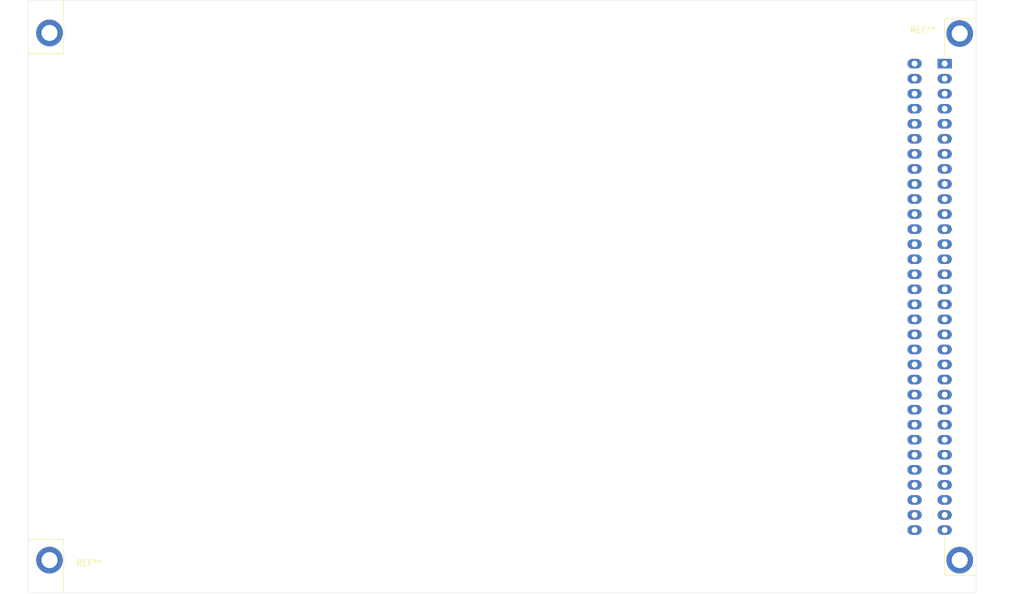
<source format=kicad_pcb>
(kicad_pcb (version 20171130) (host pcbnew 5.1.9-73d0e3b20d~88~ubuntu20.04.1)

  (general
    (thickness 1.6)
    (drawings 4)
    (tracks 0)
    (zones 0)
    (modules 2)
    (nets 1)
  )

  (page A4)
  (title_block
    (title "RackZ80 - Processor Board")
    (date 2021-03-08)
    (rev 1.0)
    (company "Jannik Kreucher")
  )

  (layers
    (0 F.Cu signal)
    (31 B.Cu signal)
    (32 B.Adhes user)
    (33 F.Adhes user)
    (34 B.Paste user)
    (35 F.Paste user)
    (36 B.SilkS user)
    (37 F.SilkS user)
    (38 B.Mask user)
    (39 F.Mask user)
    (40 Dwgs.User user)
    (41 Cmts.User user)
    (42 Eco1.User user)
    (43 Eco2.User user)
    (44 Edge.Cuts user)
    (45 Margin user)
    (46 B.CrtYd user)
    (47 F.CrtYd user)
    (48 B.Fab user)
    (49 F.Fab user)
  )

  (setup
    (last_trace_width 0.25)
    (trace_clearance 0.2)
    (zone_clearance 0.508)
    (zone_45_only no)
    (trace_min 0.2)
    (via_size 0.8)
    (via_drill 0.4)
    (via_min_size 0.4)
    (via_min_drill 0.3)
    (uvia_size 0.3)
    (uvia_drill 0.1)
    (uvias_allowed no)
    (uvia_min_size 0.2)
    (uvia_min_drill 0.1)
    (edge_width 0.05)
    (segment_width 0.2)
    (pcb_text_width 0.3)
    (pcb_text_size 1.5 1.5)
    (mod_edge_width 0.12)
    (mod_text_size 1 1)
    (mod_text_width 0.15)
    (pad_size 1.524 1.524)
    (pad_drill 0.762)
    (pad_to_mask_clearance 0)
    (aux_axis_origin 0 0)
    (grid_origin 224.04 132.715)
    (visible_elements FFFFFF7F)
    (pcbplotparams
      (layerselection 0x010fc_ffffffff)
      (usegerberextensions false)
      (usegerberattributes true)
      (usegerberadvancedattributes true)
      (creategerberjobfile true)
      (excludeedgelayer true)
      (linewidth 0.100000)
      (plotframeref false)
      (viasonmask false)
      (mode 1)
      (useauxorigin false)
      (hpglpennumber 1)
      (hpglpenspeed 20)
      (hpglpendiameter 15.000000)
      (psnegative false)
      (psa4output false)
      (plotreference true)
      (plotvalue true)
      (plotinvisibletext false)
      (padsonsilk false)
      (subtractmaskfromsilk false)
      (outputformat 1)
      (mirror false)
      (drillshape 1)
      (scaleselection 1)
      (outputdirectory ""))
  )

  (net 0 "")

  (net_class Default "This is the default net class."
    (clearance 0.2)
    (trace_width 0.25)
    (via_dia 0.8)
    (via_drill 0.4)
    (uvia_dia 0.3)
    (uvia_drill 0.1)
  )

  (module rackz80_footprints:Eurocard_FrontPanel (layer F.Cu) (tedit 60457E33) (tstamp 6046A987)
    (at 66.78 138.215)
    (fp_text reference REF** (at 10.24 -5) (layer F.SilkS)
      (effects (font (size 1 1) (thickness 0.15)))
    )
    (fp_text value Eurocard_FrontPanel (at 10.24 -6) (layer F.Fab)
      (effects (font (size 1 1) (thickness 0.15)))
    )
    (fp_line (start 6 -9) (end 0 -9) (layer F.SilkS) (width 0.12))
    (fp_line (start 0 0) (end 10 0) (layer Dwgs.User) (width 0.12))
    (fp_line (start 0 -100) (end 0 0) (layer Dwgs.User) (width 0.12))
    (fp_line (start -2.2 0) (end -2.2 -100) (layer Dwgs.User) (width 0.12))
    (fp_line (start 0 0) (end -4.7 0) (layer Dwgs.User) (width 0.12))
    (fp_line (start -4.7 -100) (end 0 -100) (layer Dwgs.User) (width 0.12))
    (fp_line (start -4.7 0) (end -4.7 -100) (layer Dwgs.User) (width 0.12))
    (fp_line (start 0 -100) (end 10 -100) (layer Dwgs.User) (width 0.12))
    (fp_line (start 6 -91) (end 0 -91) (layer F.SilkS) (width 0.12))
    (fp_line (start 6 -100) (end 6 -91) (layer F.SilkS) (width 0.12))
    (fp_line (start 6 0) (end 6 -9) (layer F.SilkS) (width 0.12))
    (fp_text user Spacer (at -1.2 -50 90) (layer Cmts.User)
      (effects (font (size 1 1) (thickness 0.15)))
    )
    (fp_text user "Font Panel" (at -3.6 -50 90) (layer Cmts.User)
      (effects (font (size 1 1) (thickness 0.15)))
    )
    (fp_text user "Board Edge" (at 1 -50 90) (layer Cmts.User)
      (effects (font (size 1 1) (thickness 0.15)))
    )
    (pad "" np_thru_hole circle (at 3.6 -94.5) (size 4.5 4.5) (drill 2.7) (layers *.Cu *.Mask))
    (pad "" np_thru_hole circle (at 3.6 -5.5) (size 4.5 4.5) (drill 2.7) (layers *.Cu *.Mask))
    (model ${KIPRJMOD}/rackz80_packages3d/Fischer_4TE.step
      (offset (xyz -5 -14 -4))
      (scale (xyz 1 1 1))
      (rotate (xyz 90 90 0))
    )
  )

  (module rackz80_footprints:Eurocard_DIN41612_C64 (layer F.Cu) (tedit 60457E7D) (tstamp 60469F0E)
    (at 226.8 138.215)
    (descr "Eurocard Standard C64")
    (tags din41612)
    (fp_text reference REF** (at -9 -95 180) (layer F.SilkS)
      (effects (font (size 1 1) (thickness 0.15)))
    )
    (fp_text value Eurocard_DIN41612_C64 (at 3.59 -49.95 90) (layer F.Fab)
      (effects (font (size 1 1) (thickness 0.15)))
    )
    (fp_line (start -0.22 -94.4) (end -5.3 -94.4) (layer Cmts.User) (width 0.12))
    (fp_line (start -2.76 -0.42) (end -2.76 -99.48) (layer Cmts.User) (width 0.12))
    (fp_line (start -5.3 -5.5) (end -0.22 -5.5) (layer Cmts.User) (width 0.12))
    (fp_line (start 0 -100) (end -10 -100) (layer Dwgs.User) (width 0.12))
    (fp_line (start 0 0) (end 0 -100) (layer Dwgs.User) (width 0.12))
    (fp_line (start -10 0) (end 0 0) (layer Dwgs.User) (width 0.12))
    (fp_line (start -5.3 -96.94) (end -5.3 -2.96) (layer F.Fab) (width 0.12))
    (fp_line (start -5.3 -96.94) (end 1.685 -96.94) (layer F.Fab) (width 0.12))
    (fp_line (start 1.685 -96.94) (end 1.685 -93.765) (layer F.Fab) (width 0.12))
    (fp_line (start 1.685 -93.765) (end 7.4 -93.765) (layer F.Fab) (width 0.12))
    (fp_line (start -5.3 -2.96) (end 1.685 -2.96) (layer F.Fab) (width 0.12))
    (fp_line (start 1.685 -2.96) (end 1.685 -6.135) (layer F.Fab) (width 0.12))
    (fp_line (start 7.4 -93.765) (end 7.4 -6.135) (layer F.Fab) (width 0.12))
    (fp_line (start 7.4 -6.135) (end 1.685 -6.135) (layer F.Fab) (width 0.12))
    (fp_line (start -5.3 -90.59) (end -5.3 -96.94) (layer F.SilkS) (width 0.12))
    (fp_line (start -5.3 -96.94) (end -0.22 -96.94) (layer F.SilkS) (width 0.12))
    (fp_line (start -5.3 -9.31) (end -5.3 -2.96) (layer F.SilkS) (width 0.12))
    (fp_line (start -5.3 -2.96) (end -0.22 -2.96) (layer F.SilkS) (width 0.12))
    (fp_line (start -12.285 -90.59) (end -5.935 -90.59) (layer F.CrtYd) (width 0.12))
    (fp_line (start -5.935 -90.59) (end -5.935 -97.575) (layer F.CrtYd) (width 0.12))
    (fp_line (start -5.935 -97.575) (end 8.035 -97.575) (layer F.CrtYd) (width 0.12))
    (fp_line (start 8.035 -97.575) (end 8.035 -2.325) (layer F.CrtYd) (width 0.12))
    (fp_line (start 8.035 -2.325) (end -5.935 -2.325) (layer F.CrtYd) (width 0.12))
    (fp_line (start -5.935 -2.325) (end -5.935 -9.31) (layer F.CrtYd) (width 0.12))
    (fp_line (start -5.935 -9.31) (end -12.285 -9.31) (layer F.CrtYd) (width 0.12))
    (fp_line (start -12.285 -9.31) (end -12.285 -90.59) (layer F.CrtYd) (width 0.12))
    (pad 1C thru_hole oval (at -10.38 -89.32) (size 2.4 1.6) (drill 1) (layers *.Cu *.Mask))
    (pad 2C thru_hole oval (at -10.38 -86.78) (size 2.4 1.6) (drill 1) (layers *.Cu *.Mask))
    (pad 3C thru_hole oval (at -10.38 -84.24) (size 2.4 1.6) (drill 1) (layers *.Cu *.Mask))
    (pad 4C thru_hole oval (at -10.38 -81.7) (size 2.4 1.6) (drill 1) (layers *.Cu *.Mask))
    (pad 5C thru_hole oval (at -10.38 -79.16) (size 2.4 1.6) (drill 1) (layers *.Cu *.Mask))
    (pad 6C thru_hole oval (at -10.38 -76.62) (size 2.4 1.6) (drill 1) (layers *.Cu *.Mask))
    (pad 7C thru_hole oval (at -10.38 -74.08) (size 2.4 1.6) (drill 1) (layers *.Cu *.Mask))
    (pad 8C thru_hole oval (at -10.38 -71.54) (size 2.4 1.6) (drill 1) (layers *.Cu *.Mask))
    (pad 9C thru_hole oval (at -10.38 -69) (size 2.4 1.6) (drill 1) (layers *.Cu *.Mask))
    (pad 10C thru_hole oval (at -10.38 -66.46) (size 2.4 1.6) (drill 1) (layers *.Cu *.Mask))
    (pad 11C thru_hole oval (at -10.38 -63.92) (size 2.4 1.6) (drill 1) (layers *.Cu *.Mask))
    (pad 12C thru_hole oval (at -10.38 -61.38) (size 2.4 1.6) (drill 1) (layers *.Cu *.Mask))
    (pad 13C thru_hole oval (at -10.38 -58.84) (size 2.4 1.6) (drill 1) (layers *.Cu *.Mask))
    (pad 14C thru_hole oval (at -10.38 -56.3) (size 2.4 1.6) (drill 1) (layers *.Cu *.Mask))
    (pad 15C thru_hole oval (at -10.38 -53.76) (size 2.4 1.6) (drill 1) (layers *.Cu *.Mask))
    (pad 16C thru_hole oval (at -10.38 -51.22) (size 2.4 1.6) (drill 1) (layers *.Cu *.Mask))
    (pad 17C thru_hole oval (at -10.38 -48.68) (size 2.4 1.6) (drill 1) (layers *.Cu *.Mask))
    (pad 18C thru_hole oval (at -10.38 -46.14) (size 2.4 1.6) (drill 1) (layers *.Cu *.Mask))
    (pad 19C thru_hole oval (at -10.38 -43.6) (size 2.4 1.6) (drill 1) (layers *.Cu *.Mask))
    (pad 20C thru_hole oval (at -10.38 -41.06) (size 2.4 1.6) (drill 1) (layers *.Cu *.Mask))
    (pad 21C thru_hole oval (at -10.38 -38.52) (size 2.4 1.6) (drill 1) (layers *.Cu *.Mask))
    (pad 22C thru_hole oval (at -10.38 -35.98) (size 2.4 1.6) (drill 1) (layers *.Cu *.Mask))
    (pad 23C thru_hole oval (at -10.38 -33.44) (size 2.4 1.6) (drill 1) (layers *.Cu *.Mask))
    (pad 24C thru_hole oval (at -10.38 -30.9) (size 2.4 1.6) (drill 1) (layers *.Cu *.Mask))
    (pad 25C thru_hole oval (at -10.38 -28.36) (size 2.4 1.6) (drill 1) (layers *.Cu *.Mask))
    (pad 26C thru_hole oval (at -10.38 -25.82) (size 2.4 1.6) (drill 1) (layers *.Cu *.Mask))
    (pad 27C thru_hole oval (at -10.38 -23.28) (size 2.4 1.6) (drill 1) (layers *.Cu *.Mask))
    (pad 28C thru_hole oval (at -10.38 -20.74) (size 2.4 1.6) (drill 1) (layers *.Cu *.Mask))
    (pad 29C thru_hole oval (at -10.38 -18.2) (size 2.4 1.6) (drill 1) (layers *.Cu *.Mask))
    (pad 30C thru_hole oval (at -10.38 -15.66) (size 2.4 1.6) (drill 1) (layers *.Cu *.Mask))
    (pad 1A thru_hole rect (at -5.3 -89.32) (size 2.4 1.6) (drill 1) (layers *.Cu *.Mask))
    (pad 2A thru_hole oval (at -5.3 -86.78) (size 2.4 1.6) (drill 1) (layers *.Cu *.Mask))
    (pad 3A thru_hole oval (at -5.3 -84.24) (size 2.4 1.6) (drill 1) (layers *.Cu *.Mask))
    (pad 4A thru_hole oval (at -5.3 -81.7) (size 2.4 1.6) (drill 1) (layers *.Cu *.Mask))
    (pad 5A thru_hole oval (at -5.3 -79.16) (size 2.4 1.6) (drill 1) (layers *.Cu *.Mask))
    (pad 6A thru_hole oval (at -5.3 -76.62) (size 2.4 1.6) (drill 1) (layers *.Cu *.Mask))
    (pad 7A thru_hole oval (at -5.3 -74.08) (size 2.4 1.6) (drill 1) (layers *.Cu *.Mask))
    (pad 8A thru_hole oval (at -5.3 -71.54) (size 2.4 1.6) (drill 1) (layers *.Cu *.Mask))
    (pad 9A thru_hole oval (at -5.3 -69) (size 2.4 1.6) (drill 1) (layers *.Cu *.Mask))
    (pad 10A thru_hole oval (at -5.3 -66.46) (size 2.4 1.6) (drill 1) (layers *.Cu *.Mask))
    (pad 11A thru_hole oval (at -5.3 -63.92) (size 2.4 1.6) (drill 1) (layers *.Cu *.Mask))
    (pad 12A thru_hole oval (at -5.3 -61.38) (size 2.4 1.6) (drill 1) (layers *.Cu *.Mask))
    (pad 13A thru_hole oval (at -5.3 -58.84) (size 2.4 1.6) (drill 1) (layers *.Cu *.Mask))
    (pad 14A thru_hole oval (at -5.3 -56.3) (size 2.4 1.6) (drill 1) (layers *.Cu *.Mask))
    (pad 15A thru_hole oval (at -5.3 -53.76) (size 2.4 1.6) (drill 1) (layers *.Cu *.Mask))
    (pad 16A thru_hole oval (at -5.3 -51.22) (size 2.4 1.6) (drill 1) (layers *.Cu *.Mask))
    (pad 17A thru_hole oval (at -5.3 -48.68) (size 2.4 1.6) (drill 1) (layers *.Cu *.Mask))
    (pad 18A thru_hole oval (at -5.3 -46.14) (size 2.4 1.6) (drill 1) (layers *.Cu *.Mask))
    (pad 19A thru_hole oval (at -5.3 -43.6) (size 2.4 1.6) (drill 1) (layers *.Cu *.Mask))
    (pad 20A thru_hole oval (at -5.3 -41.06) (size 2.4 1.6) (drill 1) (layers *.Cu *.Mask))
    (pad 21A thru_hole oval (at -5.3 -38.52) (size 2.4 1.6) (drill 1) (layers *.Cu *.Mask))
    (pad 22A thru_hole oval (at -5.3 -35.98) (size 2.4 1.6) (drill 1) (layers *.Cu *.Mask))
    (pad 23A thru_hole oval (at -5.3 -33.44) (size 2.4 1.6) (drill 1) (layers *.Cu *.Mask))
    (pad 24A thru_hole oval (at -5.3 -30.9) (size 2.4 1.6) (drill 1) (layers *.Cu *.Mask))
    (pad 25A thru_hole oval (at -5.3 -28.36) (size 2.4 1.6) (drill 1) (layers *.Cu *.Mask))
    (pad 26A thru_hole oval (at -5.3 -25.82) (size 2.4 1.6) (drill 1) (layers *.Cu *.Mask))
    (pad 27A thru_hole oval (at -5.3 -23.28) (size 2.4 1.6) (drill 1) (layers *.Cu *.Mask))
    (pad 28A thru_hole oval (at -5.3 -20.74) (size 2.4 1.6) (drill 1) (layers *.Cu *.Mask))
    (pad 29A thru_hole oval (at -5.3 -18.2) (size 2.4 1.6) (drill 1) (layers *.Cu *.Mask))
    (pad 30A thru_hole oval (at -5.3 -15.66) (size 2.4 1.6) (drill 1) (layers *.Cu *.Mask))
    (pad 31A thru_hole oval (at -5.3 -13.12) (size 2.4 1.6) (drill 1) (layers *.Cu *.Mask))
    (pad 31C thru_hole oval (at -10.38 -13.12) (size 2.4 1.6) (drill 1) (layers *.Cu *.Mask))
    (pad 32C thru_hole oval (at -10.38 -10.58) (size 2.4 1.6) (drill 1) (layers *.Cu *.Mask))
    (pad 32A thru_hole oval (at -5.3 -10.58) (size 2.4 1.6) (drill 1) (layers *.Cu *.Mask))
    (pad "" np_thru_hole circle (at -2.76 -5.5) (size 4.5 4.5) (drill 2.7) (layers *.Cu *.Mask))
    (pad "" np_thru_hole circle (at -2.76 -94.4) (size 4.5 4.5) (drill 2.7) (layers *.Cu *.Mask))
    (model ${KIPRJMOD}/rackz80_packages3d/din41612_C64-male_angled.stp
      (offset (xyz 1 50 4))
      (scale (xyz 1 1 1))
      (rotate (xyz 0 0 -90))
    )
  )

  (gr_line (start 226.8 38.215) (end 226.8 138.215) (layer Edge.Cuts) (width 0.05) (tstamp 604671DA))
  (gr_line (start 66.8 38.215) (end 226.8 38.215) (layer Edge.Cuts) (width 0.05))
  (gr_line (start 66.8 138.215) (end 66.8 38.215) (layer Edge.Cuts) (width 0.05))
  (gr_line (start 226.8 138.215) (end 66.8 138.215) (layer Edge.Cuts) (width 0.05))

)

</source>
